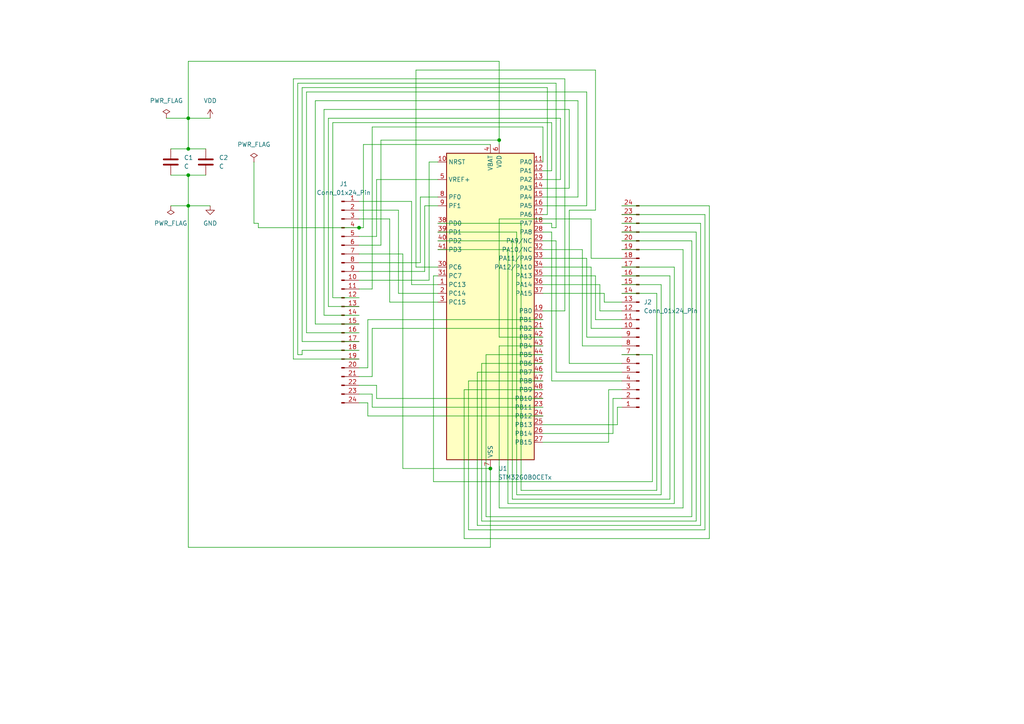
<source format=kicad_sch>
(kicad_sch (version 20230121) (generator eeschema)
  (paper "A4")
  (title_block (title "QFP48") (date "2023-12-30") (rev "0"))
  (lib_symbols
    (symbol "Connector:Conn_01x24_Pin" (pin_names (offset 1.016) hide)
      (property "Reference" "J" (at 0 30.48 0))
      (property "Value" "Conn_01x24_Pin" (at 0 -33.02 0))
      (symbol "Conn_01x24_Pin_1_1"
        (polyline (pts (xy 1.27 -30.48) (xy 0.8636 -30.48)) (stroke (width 0.1524)))
        (polyline (pts (xy 1.27 -27.94) (xy 0.8636 -27.94)) (stroke (width 0.1524)))
        (polyline (pts (xy 1.27 -25.4) (xy 0.8636 -25.4)) (stroke (width 0.1524)))
        (polyline (pts (xy 1.27 -22.86) (xy 0.8636 -22.86)) (stroke (width 0.1524)))
        (polyline (pts (xy 1.27 -20.32) (xy 0.8636 -20.32)) (stroke (width 0.1524)))
        (polyline (pts (xy 1.27 -17.78) (xy 0.8636 -17.78)) (stroke (width 0.1524)))
        (polyline (pts (xy 1.27 -15.24) (xy 0.8636 -15.24)) (stroke (width 0.1524)))
        (polyline (pts (xy 1.27 -12.7) (xy 0.8636 -12.7)) (stroke (width 0.1524)))
        (polyline (pts (xy 1.27 -10.16) (xy 0.8636 -10.16)) (stroke (width 0.1524)))
        (polyline (pts (xy 1.27 -7.62) (xy 0.8636 -7.62)) (stroke (width 0.1524)))
        (polyline (pts (xy 1.27 -5.08) (xy 0.8636 -5.08)) (stroke (width 0.1524)))
        (polyline (pts (xy 1.27 -2.54) (xy 0.8636 -2.54)) (stroke (width 0.1524)))
        (polyline (pts (xy 1.27 0) (xy 0.8636 0)) (stroke (width 0.1524)))
        (polyline (pts (xy 1.27 2.54) (xy 0.8636 2.54)) (stroke (width 0.1524)))
        (polyline (pts (xy 1.27 5.08) (xy 0.8636 5.08)) (stroke (width 0.1524)))
        (polyline (pts (xy 1.27 7.62) (xy 0.8636 7.62)) (stroke (width 0.1524)))
        (polyline (pts (xy 1.27 10.16) (xy 0.8636 10.16)) (stroke (width 0.1524)))
        (polyline (pts (xy 1.27 12.7) (xy 0.8636 12.7)) (stroke (width 0.1524)))
        (polyline (pts (xy 1.27 15.24) (xy 0.8636 15.24)) (stroke (width 0.1524)))
        (polyline (pts (xy 1.27 17.78) (xy 0.8636 17.78)) (stroke (width 0.1524)))
        (polyline (pts (xy 1.27 20.32) (xy 0.8636 20.32)) (stroke (width 0.1524)))
        (polyline (pts (xy 1.27 22.86) (xy 0.8636 22.86)) (stroke (width 0.1524)))
        (polyline (pts (xy 1.27 25.4) (xy 0.8636 25.4)) (stroke (width 0.1524)))
        (polyline (pts (xy 1.27 27.94) (xy 0.8636 27.94)) (stroke (width 0.1524)))
        (rectangle (start 0.8636 -30.353) (end 0 -30.607) (stroke (width 0.1524)) (fill (type outline)))
        (rectangle (start 0.8636 -27.813) (end 0 -28.067) (stroke (width 0.1524)) (fill (type outline)))
        (rectangle (start 0.8636 -25.273) (end 0 -25.527) (stroke (width 0.1524)) (fill (type outline)))
        (rectangle (start 0.8636 -22.733) (end 0 -22.987) (stroke (width 0.1524)) (fill (type outline)))
        (rectangle (start 0.8636 -20.193) (end 0 -20.447) (stroke (width 0.1524)) (fill (type outline)))
        (rectangle (start 0.8636 -17.653) (end 0 -17.907) (stroke (width 0.1524)) (fill (type outline)))
        (rectangle (start 0.8636 -15.113) (end 0 -15.367) (stroke (width 0.1524)) (fill (type outline)))
        (rectangle (start 0.8636 -12.573) (end 0 -12.827) (stroke (width 0.1524)) (fill (type outline)))
        (rectangle (start 0.8636 -10.033) (end 0 -10.287) (stroke (width 0.1524)) (fill (type outline)))
        (rectangle (start 0.8636 -7.493) (end 0 -7.747) (stroke (width 0.1524)) (fill (type outline)))
        (rectangle (start 0.8636 -4.953) (end 0 -5.207) (stroke (width 0.1524)) (fill (type outline)))
        (rectangle (start 0.8636 -2.413) (end 0 -2.667) (stroke (width 0.1524)) (fill (type outline)))
        (rectangle (start 0.8636 0.127) (end 0 -0.127) (stroke (width 0.1524)) (fill (type outline)))
        (rectangle (start 0.8636 2.667) (end 0 2.413) (stroke (width 0.1524)) (fill (type outline)))
        (rectangle (start 0.8636 5.207) (end 0 4.953) (stroke (width 0.1524)) (fill (type outline)))
        (rectangle (start 0.8636 7.747) (end 0 7.493) (stroke (width 0.1524)) (fill (type outline)))
        (rectangle (start 0.8636 10.287) (end 0 10.033) (stroke (width 0.1524)) (fill (type outline)))
        (rectangle (start 0.8636 12.827) (end 0 12.573) (stroke (width 0.1524)) (fill (type outline)))
        (rectangle (start 0.8636 15.367) (end 0 15.113) (stroke (width 0.1524)) (fill (type outline)))
        (rectangle (start 0.8636 17.907) (end 0 17.653) (stroke (width 0.1524)) (fill (type outline)))
        (rectangle (start 0.8636 20.447) (end 0 20.193) (stroke (width 0.1524)) (fill (type outline)))
        (rectangle (start 0.8636 22.987) (end 0 22.733) (stroke (width 0.1524)) (fill (type outline)))
        (rectangle (start 0.8636 25.527) (end 0 25.273) (stroke (width 0.1524)) (fill (type outline)))
        (rectangle (start 0.8636 28.067) (end 0 27.813) (stroke (width 0.1524)) (fill (type outline)))
        (pin passive line (at 5.08 27.94 180) (length 3.81) (name "Pin_1") (number "1"))
        (pin passive line (at 5.08 5.08 180) (length 3.81) (name "Pin_10") (number "10"))
        (pin passive line (at 5.08 2.54 180) (length 3.81) (name "Pin_11") (number "11"))
        (pin passive line (at 5.08 0 180) (length 3.81) (name "Pin_12") (number "12"))
        (pin passive line (at 5.08 -2.54 180) (length 3.81) (name "Pin_13") (number "13"))
        (pin passive line (at 5.08 -5.08 180) (length 3.81) (name "Pin_14") (number "14"))
        (pin passive line (at 5.08 -7.62 180) (length 3.81) (name "Pin_15") (number "15"))
        (pin passive line (at 5.08 -10.16 180) (length 3.81) (name "Pin_16") (number "16"))
        (pin passive line (at 5.08 -12.7 180) (length 3.81) (name "Pin_17") (number "17"))
        (pin passive line (at 5.08 -15.24 180) (length 3.81) (name "Pin_18") (number "18"))
        (pin passive line (at 5.08 -17.78 180) (length 3.81) (name "Pin_19") (number "19"))
        (pin passive line (at 5.08 25.4 180) (length 3.81) (name "Pin_2") (number "2"))
        (pin passive line (at 5.08 -20.32 180) (length 3.81) (name "Pin_20") (number "20"))
        (pin passive line (at 5.08 -22.86 180) (length 3.81) (name "Pin_21") (number "21"))
        (pin passive line (at 5.08 -25.4 180) (length 3.81) (name "Pin_22") (number "22"))
        (pin passive line (at 5.08 -27.94 180) (length 3.81) (name "Pin_23") (number "23"))
        (pin passive line (at 5.08 -30.48 180) (length 3.81) (name "Pin_24") (number "24"))
        (pin passive line (at 5.08 22.86 180) (length 3.81) (name "Pin_3") (number "3"))
        (pin passive line (at 5.08 20.32 180) (length 3.81) (name "Pin_4") (number "4"))
        (pin passive line (at 5.08 17.78 180) (length 3.81) (name "Pin_5") (number "5"))
        (pin passive line (at 5.08 15.24 180) (length 3.81) (name "Pin_6") (number "6"))
        (pin passive line (at 5.08 12.7 180) (length 3.81) (name "Pin_7") (number "7"))
        (pin passive line (at 5.08 10.16 180) (length 3.81) (name "Pin_8") (number "8"))
        (pin passive line (at 5.08 7.62 180) (length 3.81) (name "Pin_9") (number "9"))
      )
    )
    (symbol "Device:C" (pin_numbers hide) (pin_names (offset 0.254))
      (property "Reference" "C" (at 0.635 2.54 0))
      (property "Value" "C" (at 0.635 -2.54 0))
      (symbol "C_0_1"
        (polyline (pts (xy -2.032 -0.762) (xy 2.032 -0.762)) (stroke (width 0.508)))
        (polyline (pts (xy -2.032 0.762) (xy 2.032 0.762)) (stroke (width 0.508)))
      )
      (symbol "C_1_1"
        (pin passive line (at 0 3.81 270) (length 2.794) (name "~") (number "1"))
        (pin passive line (at 0 -3.81 90) (length 2.794) (name "~") (number "2"))
      )
    )
    (symbol "MCU_ST_STM32G0:STM32G0B0CETx"
      (property "Reference" "U" (at -12.7 46.99 0))
      (property "Value" "STM32G0B0CETx" (at 5.08 46.99 0))
      (symbol "STM32G0B0CETx_0_1"
        (rectangle (start -12.7 -43.18) (end 12.7 45.72) (stroke (width 0.254)) (fill (type background)))
      )
      (symbol "STM32G0B0CETx_1_1"
        (pin bidirectional line (at -15.24 7.62 0) (length 2.54) (name "PC13") (number "1"))
        (pin input line (at -15.24 43.18 0) (length 2.54) (name "NRST") (number "10"))
        (pin bidirectional line (at 15.24 43.18 180) (length 2.54) (name "PA0") (number "11"))
        (pin bidirectional line (at 15.24 40.64 180) (length 2.54) (name "PA1") (number "12"))
        (pin bidirectional line (at 15.24 38.1 180) (length 2.54) (name "PA2") (number "13"))
        (pin bidirectional line (at 15.24 35.56 180) (length 2.54) (name "PA3") (number "14"))
        (pin bidirectional line (at 15.24 33.02 180) (length 2.54) (name "PA4") (number "15"))
        (pin bidirectional line (at 15.24 30.48 180) (length 2.54) (name "PA5") (number "16"))
        (pin bidirectional line (at 15.24 27.94 180) (length 2.54) (name "PA6") (number "17"))
        (pin bidirectional line (at 15.24 25.4 180) (length 2.54) (name "PA7") (number "18"))
        (pin bidirectional line (at 15.24 0 180) (length 2.54) (name "PB0") (number "19"))
        (pin bidirectional line (at -15.24 5.08 0) (length 2.54) (name "PC14") (number "2"))
        (pin bidirectional line (at 15.24 -2.54 180) (length 2.54) (name "PB1") (number "20"))
        (pin bidirectional line (at 15.24 -5.08 180) (length 2.54) (name "PB2") (number "21"))
        (pin bidirectional line (at 15.24 -25.4 180) (length 2.54) (name "PB10") (number "22"))
        (pin bidirectional line (at 15.24 -27.94 180) (length 2.54) (name "PB11") (number "23"))
        (pin bidirectional line (at 15.24 -30.48 180) (length 2.54) (name "PB12") (number "24"))
        (pin bidirectional line (at 15.24 -33.02 180) (length 2.54) (name "PB13") (number "25"))
        (pin bidirectional line (at 15.24 -35.56 180) (length 2.54) (name "PB14") (number "26"))
        (pin bidirectional line (at 15.24 -38.1 180) (length 2.54) (name "PB15") (number "27"))
        (pin bidirectional line (at 15.24 22.86 180) (length 2.54) (name "PA8") (number "28"))
        (pin bidirectional line (at 15.24 20.32 180) (length 2.54) (name "PA9/NC") (number "29"))
        (pin bidirectional line (at -15.24 2.54 0) (length 2.54) (name "PC15") (number "3"))
        (pin bidirectional line (at -15.24 12.7 0) (length 2.54) (name "PC6") (number "30"))
        (pin bidirectional line (at -15.24 10.16 0) (length 2.54) (name "PC7") (number "31"))
        (pin bidirectional line (at 15.24 17.78 180) (length 2.54) (name "PA10/NC") (number "32"))
        (pin bidirectional line (at 15.24 15.24 180) (length 2.54) (name "PA11/PA9") (number "33"))
        (pin bidirectional line (at 15.24 12.7 180) (length 2.54) (name "PA12/PA10") (number "34"))
        (pin bidirectional line (at 15.24 10.16 180) (length 2.54) (name "PA13") (number "35"))
        (pin bidirectional line (at 15.24 7.62 180) (length 2.54) (name "PA14") (number "36"))
        (pin bidirectional line (at 15.24 5.08 180) (length 2.54) (name "PA15") (number "37"))
        (pin bidirectional line (at -15.24 25.4 0) (length 2.54) (name "PD0") (number "38"))
        (pin bidirectional line (at -15.24 22.86 0) (length 2.54) (name "PD1") (number "39"))
        (pin power_in line (at 0 48.26 270) (length 2.54) (name "VBAT") (number "4"))
        (pin bidirectional line (at -15.24 20.32 0) (length 2.54) (name "PD2") (number "40"))
        (pin bidirectional line (at -15.24 17.78 0) (length 2.54) (name "PD3") (number "41"))
        (pin bidirectional line (at 15.24 -7.62 180) (length 2.54) (name "PB3") (number "42"))
        (pin bidirectional line (at 15.24 -10.16 180) (length 2.54) (name "PB4") (number "43"))
        (pin bidirectional line (at 15.24 -12.7 180) (length 2.54) (name "PB5") (number "44"))
        (pin bidirectional line (at 15.24 -15.24 180) (length 2.54) (name "PB6") (number "45"))
        (pin bidirectional line (at 15.24 -17.78 180) (length 2.54) (name "PB7") (number "46"))
        (pin bidirectional line (at 15.24 -20.32 180) (length 2.54) (name "PB8") (number "47"))
        (pin bidirectional line (at 15.24 -22.86 180) (length 2.54) (name "PB9") (number "48"))
        (pin input line (at -15.24 38.1 0) (length 2.54) (name "VREF+") (number "5"))
        (pin power_in line (at 2.54 48.26 270) (length 2.54) (name "VDD") (number "6"))
        (pin power_in line (at 0 -45.72 90) (length 2.54) (name "VSS") (number "7"))
        (pin bidirectional line (at -15.24 33.02 0) (length 2.54) (name "PF0") (number "8"))
        (pin bidirectional line (at -15.24 30.48 0) (length 2.54) (name "PF1") (number "9"))
      )
    )
    (symbol "power:GND" (power) (pin_names (offset 0))
      (property "Value" "GND" (at 0 -3.81 0))
      (symbol "GND_0_1"
        (polyline (pts (xy 0 0) (xy 0 -1.27) (xy 1.27 -1.27) (xy 0 -2.54) (xy -1.27 -1.27) (xy 0 -1.27)))
      )
      (symbol "GND_1_1"
        (pin power_in line (at 0 0 270) (length 0) hide (name "GND") (number "1"))
      )
    )
    (symbol "power:PWR_FLAG" (power) (pin_numbers hide) (pin_names (offset 0) hide)
      (property "Value" "PWR_FLAG" (at 0 3.81 0))
      (symbol "PWR_FLAG_0_0"
        (pin power_out line (at 0 0 90) (length 0) (name "pwr") (number "1"))
      )
      (symbol "PWR_FLAG_0_1"
        (polyline (pts (xy 0 0) (xy 0 1.27) (xy -1.016 1.905) (xy 0 2.54) (xy 1.016 1.905) (xy 0 1.27)))
      )
    )
    (symbol "power:VDD" (power) (pin_names (offset 0))
      (property "Value" "VDD" (at 0 3.81 0))
      (symbol "VDD_0_1"
        (polyline (pts (xy -0.762 1.27) (xy 0 2.54)))
        (polyline (pts (xy 0 0) (xy 0 2.54)))
        (polyline (pts (xy 0 2.54) (xy 0.762 1.27)))
      )
      (symbol "VDD_1_1"
        (pin power_in line (at 0 0 90) (length 0) hide (name "VDD") (number "1"))
      )
    )
  )
  (junction (at 144.78 40.64))
  (junction (at 54.61 34.29))
  (junction (at 142.24 135.89))
  (junction (at 54.61 50.8))
  (junction (at 104.14 66.04))
  (junction (at 54.61 43.18))
  (junction (at 54.61 59.69))
  (wire (pts (xy 54.61 158.75) (xy 54.61 59.69)))
  (wire (pts (xy 191.77 143.51) (xy 191.77 82.55)))
  (wire (pts (xy 167.64 29.21) (xy 91.44 29.21)))
  (wire (pts (xy 148.59 69.85) (xy 148.59 144.78)))
  (wire (pts (xy 138.43 107.95) (xy 138.43 152.4)))
  (wire (pts (xy 85.09 22.86) (xy 163.83 22.86)))
  (wire (pts (xy 142.24 158.75) (xy 54.61 158.75)))
  (wire (pts (xy 165.1 60.96) (xy 165.1 105.41)))
  (wire (pts (xy 109.22 52.07) (xy 109.22 68.58)))
  (wire (pts (xy 142.24 135.89) (xy 142.24 158.75)))
  (wire (pts (xy 116.84 73.66) (xy 104.14 73.66)))
  (wire (pts (xy 172.72 20.32) (xy 172.72 60.96)))
  (wire (pts (xy 115.57 85.09) (xy 115.57 60.96)))
  (wire (pts (xy 195.58 146.05) (xy 195.58 77.47)))
  (wire (pts (xy 204.47 62.23) (xy 180.34 62.23)))
  (wire (pts (xy 157.48 125.73) (xy 177.8 125.73)))
  (wire (pts (xy 165.1 105.41) (xy 180.34 105.41)))
  (wire (pts (xy 190.5 85.09) (xy 180.34 85.09)))
  (wire (pts (xy 87.63 99.06) (xy 104.14 99.06)))
  (wire (pts (xy 139.7 151.13) (xy 201.93 151.13)))
  (wire (pts (xy 49.53 43.18) (xy 54.61 43.18)))
  (wire (pts (xy 127 69.85) (xy 148.59 69.85)))
  (wire (pts (xy 105.41 41.91) (xy 105.41 66.04)))
  (wire (pts (xy 157.48 118.11) (xy 107.95 118.11)))
  (wire (pts (xy 87.63 101.6) (xy 104.14 101.6)))
  (wire (pts (xy 91.44 93.98) (xy 104.14 93.98)))
  (wire (pts (xy 109.22 115.57) (xy 109.22 111.76)))
  (wire (pts (xy 125.73 80.01) (xy 125.73 139.7)))
  (wire (pts (xy 121.92 76.2) (xy 104.14 76.2)))
  (wire (pts (xy 95.25 88.9) (xy 104.14 88.9)))
  (wire (pts (xy 157.48 128.27) (xy 176.53 128.27)))
  (wire (pts (xy 204.47 153.67) (xy 204.47 62.23)))
  (wire (pts (xy 85.09 22.86) (xy 85.09 104.14)))
  (wire (pts (xy 157.48 115.57) (xy 109.22 115.57)))
  (wire (pts (xy 158.75 62.23) (xy 158.75 25.4)))
  (wire (pts (xy 157.48 46.99) (xy 157.48 36.83)))
  (wire (pts (xy 172.72 60.96) (xy 165.1 60.96)))
  (wire (pts (xy 173.99 82.55) (xy 173.99 90.17)))
  (wire (pts (xy 96.52 35.56) (xy 96.52 86.36)))
  (wire (pts (xy 135.89 110.49) (xy 135.89 153.67)))
  (wire (pts (xy 205.74 59.69) (xy 180.34 59.69)))
  (wire (pts (xy 176.53 128.27) (xy 176.53 113.03)))
  (wire (pts (xy 173.99 90.17) (xy 180.34 90.17)))
  (wire (pts (xy 107.95 109.22) (xy 104.14 109.22)))
  (wire (pts (xy 106.68 92.71) (xy 106.68 106.68)))
  (wire (pts (xy 157.48 120.65) (xy 106.68 120.65)))
  (wire (pts (xy 190.5 142.24) (xy 190.5 85.09)))
  (wire (pts (xy 86.36 24.13) (xy 161.29 24.13)))
  (wire (pts (xy 157.48 107.95) (xy 138.43 107.95)))
  (wire (pts (xy 157.48 97.79) (xy 144.78 97.79)))
  (wire (pts (xy 127 57.15) (xy 121.92 57.15)))
  (wire (pts (xy 157.48 100.33) (xy 144.78 100.33)))
  (wire (pts (xy 157.48 69.85) (xy 161.29 69.85)))
  (wire (pts (xy 165.1 31.75) (xy 93.98 31.75)))
  (wire (pts (xy 157.48 54.61) (xy 165.1 54.61)))
  (wire (pts (xy 175.26 87.63) (xy 180.34 87.63)))
  (wire (pts (xy 157.48 110.49) (xy 135.89 110.49)))
  (wire (pts (xy 172.72 80.01) (xy 172.72 92.71)))
  (wire (pts (xy 194.31 144.78) (xy 194.31 80.01)))
  (wire (pts (xy 157.48 67.31) (xy 160.02 67.31)))
  (wire (pts (xy 149.86 67.31) (xy 149.86 143.51)))
  (wire (pts (xy 189.23 139.7) (xy 189.23 102.87)))
  (wire (pts (xy 205.74 156.21) (xy 205.74 59.69)))
  (wire (pts (xy 113.03 87.63) (xy 113.03 63.5)))
  (wire (pts (xy 161.29 66.04) (xy 160.02 66.04)))
  (wire (pts (xy 87.63 102.87) (xy 87.63 101.6)))
  (wire (pts (xy 109.22 68.58) (xy 104.14 68.58)))
  (wire (pts (xy 171.45 77.47) (xy 171.45 95.25)))
  (wire (pts (xy 54.61 34.29) (xy 54.61 43.18)))
  (wire (pts (xy 54.61 59.69) (xy 60.96 59.69)))
  (wire (pts (xy 115.57 60.96) (xy 104.14 60.96)))
  (wire (pts (xy 125.73 139.7) (xy 189.23 139.7)))
  (wire (pts (xy 203.2 152.4) (xy 203.2 64.77)))
  (wire (pts (xy 110.49 40.64) (xy 110.49 71.12)))
  (wire (pts (xy 120.65 20.32) (xy 172.72 20.32)))
  (wire (pts (xy 157.48 90.17) (xy 163.83 90.17)))
  (wire (pts (xy 106.68 120.65) (xy 106.68 116.84)))
  (wire (pts (xy 157.48 105.41) (xy 139.7 105.41)))
  (wire (pts (xy 157.48 77.47) (xy 171.45 77.47)))
  (wire (pts (xy 93.98 91.44) (xy 104.14 91.44)))
  (wire (pts (xy 200.66 69.85) (xy 180.34 69.85)))
  (wire (pts (xy 119.38 58.42) (xy 104.14 58.42)))
  (wire (pts (xy 124.46 81.28) (xy 104.14 81.28)))
  (wire (pts (xy 170.18 74.93) (xy 170.18 97.79)))
  (wire (pts (xy 54.61 17.78) (xy 54.61 34.29)))
  (wire (pts (xy 144.78 17.78) (xy 54.61 17.78)))
  (wire (pts (xy 134.62 156.21) (xy 205.74 156.21)))
  (wire (pts (xy 157.48 102.87) (xy 140.97 102.87)))
  (wire (pts (xy 157.48 72.39) (xy 168.91 72.39)))
  (wire (pts (xy 144.78 97.79) (xy 144.78 63.5)))
  (wire (pts (xy 191.77 82.55) (xy 180.34 82.55)))
  (wire (pts (xy 151.13 142.24) (xy 190.5 142.24)))
  (wire (pts (xy 160.02 110.49) (xy 180.34 110.49)))
  (wire (pts (xy 127 87.63) (xy 113.03 87.63)))
  (wire (pts (xy 160.02 67.31) (xy 160.02 110.49)))
  (wire (pts (xy 157.48 123.19) (xy 179.07 123.19)))
  (wire (pts (xy 172.72 92.71) (xy 180.34 92.71)))
  (wire (pts (xy 120.65 77.47) (xy 120.65 20.32)))
  (wire (pts (xy 147.32 146.05) (xy 195.58 146.05)))
  (wire (pts (xy 127 72.39) (xy 147.32 72.39)))
  (wire (pts (xy 124.46 46.99) (xy 124.46 81.28)))
  (wire (pts (xy 49.53 50.8) (xy 54.61 50.8)))
  (wire (pts (xy 157.48 49.53) (xy 160.02 49.53)))
  (wire (pts (xy 107.95 118.11) (xy 107.95 114.3)))
  (wire (pts (xy 140.97 102.87) (xy 140.97 149.86)))
  (wire (pts (xy 148.59 144.78) (xy 194.31 144.78)))
  (wire (pts (xy 73.66 64.77) (xy 73.66 46.99)))
  (wire (pts (xy 74.93 66.04) (xy 74.93 64.77)))
  (wire (pts (xy 168.91 72.39) (xy 168.91 100.33)))
  (wire (pts (xy 157.48 74.93) (xy 170.18 74.93)))
  (wire (pts (xy 170.18 59.69) (xy 170.18 26.67)))
  (wire (pts (xy 127 67.31) (xy 149.86 67.31)))
  (wire (pts (xy 144.78 40.64) (xy 110.49 40.64)))
  (wire (pts (xy 127 82.55) (xy 119.38 82.55)))
  (wire (pts (xy 140.97 149.86) (xy 200.66 149.86)))
  (wire (pts (xy 171.45 63.5) (xy 171.45 74.93)))
  (wire (pts (xy 109.22 111.76) (xy 104.14 111.76)))
  (wire (pts (xy 157.48 57.15) (xy 167.64 57.15)))
  (wire (pts (xy 179.07 118.11) (xy 180.34 118.11)))
  (wire (pts (xy 88.9 26.67) (xy 88.9 96.52)))
  (wire (pts (xy 86.36 24.13) (xy 86.36 102.87)))
  (wire (pts (xy 113.03 63.5) (xy 104.14 63.5)))
  (wire (pts (xy 138.43 152.4) (xy 203.2 152.4)))
  (wire (pts (xy 171.45 95.25) (xy 180.34 95.25)))
  (wire (pts (xy 54.61 50.8) (xy 59.69 50.8)))
  (wire (pts (xy 142.24 41.91) (xy 105.41 41.91)))
  (wire (pts (xy 119.38 82.55) (xy 119.38 58.42)))
  (wire (pts (xy 157.48 62.23) (xy 158.75 62.23)))
  (wire (pts (xy 144.78 147.32) (xy 198.12 147.32)))
  (wire (pts (xy 54.61 34.29) (xy 60.96 34.29)))
  (wire (pts (xy 175.26 85.09) (xy 175.26 87.63)))
  (wire (pts (xy 157.48 59.69) (xy 170.18 59.69)))
  (wire (pts (xy 144.78 41.91) (xy 144.78 40.64)))
  (wire (pts (xy 93.98 31.75) (xy 93.98 91.44)))
  (wire (pts (xy 157.48 80.01) (xy 172.72 80.01)))
  (wire (pts (xy 121.92 57.15) (xy 121.92 76.2)))
  (wire (pts (xy 194.31 80.01) (xy 180.34 80.01)))
  (wire (pts (xy 176.53 113.03) (xy 180.34 113.03)))
  (wire (pts (xy 198.12 72.39) (xy 180.34 72.39)))
  (wire (pts (xy 203.2 64.77) (xy 180.34 64.77)))
  (wire (pts (xy 165.1 54.61) (xy 165.1 31.75)))
  (wire (pts (xy 157.48 95.25) (xy 107.95 95.25)))
  (wire (pts (xy 86.36 102.87) (xy 87.63 102.87)))
  (wire (pts (xy 74.93 64.77) (xy 73.66 64.77)))
  (wire (pts (xy 157.48 85.09) (xy 175.26 85.09)))
  (wire (pts (xy 106.68 116.84) (xy 104.14 116.84)))
  (wire (pts (xy 170.18 26.67) (xy 88.9 26.67)))
  (wire (pts (xy 104.14 66.04) (xy 74.93 66.04)))
  (wire (pts (xy 95.25 34.29) (xy 95.25 88.9)))
  (wire (pts (xy 160.02 66.04) (xy 160.02 64.77)))
  (wire (pts (xy 127 64.77) (xy 151.13 64.77)))
  (wire (pts (xy 54.61 43.18) (xy 59.69 43.18)))
  (wire (pts (xy 160.02 35.56) (xy 96.52 35.56)))
  (wire (pts (xy 87.63 25.4) (xy 87.63 99.06)))
  (wire (pts (xy 144.78 40.64) (xy 144.78 17.78)))
  (wire (pts (xy 49.53 59.69) (xy 54.61 59.69)))
  (wire (pts (xy 127 59.69) (xy 123.19 59.69)))
  (wire (pts (xy 147.32 72.39) (xy 147.32 146.05)))
  (wire (pts (xy 88.9 96.52) (xy 104.14 96.52)))
  (wire (pts (xy 161.29 69.85) (xy 161.29 107.95)))
  (wire (pts (xy 171.45 74.93) (xy 180.34 74.93)))
  (wire (pts (xy 85.09 104.14) (xy 104.14 104.14)))
  (wire (pts (xy 189.23 102.87) (xy 180.34 102.87)))
  (wire (pts (xy 142.24 135.89) (xy 116.84 135.89)))
  (wire (pts (xy 157.48 82.55) (xy 173.99 82.55)))
  (wire (pts (xy 201.93 151.13) (xy 201.93 67.31)))
  (wire (pts (xy 151.13 64.77) (xy 151.13 142.24)))
  (wire (pts (xy 107.95 95.25) (xy 107.95 109.22)))
  (wire (pts (xy 161.29 107.95) (xy 180.34 107.95)))
  (wire (pts (xy 139.7 105.41) (xy 139.7 151.13)))
  (wire (pts (xy 161.29 24.13) (xy 161.29 66.04)))
  (wire (pts (xy 168.91 100.33) (xy 180.34 100.33)))
  (wire (pts (xy 96.52 86.36) (xy 104.14 86.36)))
  (wire (pts (xy 127 85.09) (xy 115.57 85.09)))
  (wire (pts (xy 123.19 78.74) (xy 104.14 78.74)))
  (wire (pts (xy 127 46.99) (xy 124.46 46.99)))
  (wire (pts (xy 157.48 36.83) (xy 107.95 36.83)))
  (wire (pts (xy 91.44 29.21) (xy 91.44 93.98)))
  (wire (pts (xy 134.62 113.03) (xy 134.62 156.21)))
  (wire (pts (xy 170.18 97.79) (xy 180.34 97.79)))
  (wire (pts (xy 127 80.01) (xy 125.73 80.01)))
  (wire (pts (xy 144.78 63.5) (xy 171.45 63.5)))
  (wire (pts (xy 160.02 49.53) (xy 160.02 35.56)))
  (wire (pts (xy 127 52.07) (xy 109.22 52.07)))
  (wire (pts (xy 107.95 36.83) (xy 107.95 83.82)))
  (wire (pts (xy 106.68 106.68) (xy 104.14 106.68)))
  (wire (pts (xy 144.78 100.33) (xy 144.78 147.32)))
  (wire (pts (xy 177.8 125.73) (xy 177.8 115.57)))
  (wire (pts (xy 162.56 52.07) (xy 162.56 34.29)))
  (wire (pts (xy 157.48 113.03) (xy 134.62 113.03)))
  (wire (pts (xy 162.56 34.29) (xy 95.25 34.29)))
  (wire (pts (xy 177.8 115.57) (xy 180.34 115.57)))
  (wire (pts (xy 149.86 143.51) (xy 191.77 143.51)))
  (wire (pts (xy 195.58 77.47) (xy 180.34 77.47)))
  (wire (pts (xy 135.89 153.67) (xy 204.47 153.67)))
  (wire (pts (xy 157.48 52.07) (xy 162.56 52.07)))
  (wire (pts (xy 179.07 123.19) (xy 179.07 118.11)))
  (wire (pts (xy 163.83 90.17) (xy 163.83 22.86)))
  (wire (pts (xy 54.61 50.8) (xy 54.61 59.69)))
  (wire (pts (xy 107.95 83.82) (xy 104.14 83.82)))
  (wire (pts (xy 105.41 66.04) (xy 104.14 66.04)))
  (wire (pts (xy 200.66 149.86) (xy 200.66 69.85)))
  (wire (pts (xy 127 77.47) (xy 120.65 77.47)))
  (wire (pts (xy 123.19 59.69) (xy 123.19 78.74)))
  (wire (pts (xy 157.48 92.71) (xy 106.68 92.71)))
  (wire (pts (xy 201.93 67.31) (xy 180.34 67.31)))
  (wire (pts (xy 198.12 147.32) (xy 198.12 72.39)))
  (wire (pts (xy 160.02 64.77) (xy 157.48 64.77)))
  (wire (pts (xy 107.95 114.3) (xy 104.14 114.3)))
  (wire (pts (xy 116.84 135.89) (xy 116.84 73.66)))
  (wire (pts (xy 158.75 25.4) (xy 87.63 25.4)))
  (wire (pts (xy 167.64 57.15) (xy 167.64 29.21)))
  (wire (pts (xy 48.26 34.29) (xy 54.61 34.29)))
  (wire (pts (xy 110.49 71.12) (xy 104.14 71.12)))
  (symbol (lib_id "Connector:Conn_01x24_Pin") (at 99.06 86.36 0) (unit 1)
    (property "Reference" "J1" (at 99.695 53.34 0))
    (property "Value" "Conn_01x24_Pin" (at 99.695 55.88 0))
    (property "Footprint" "Connector_PinHeader_2.54mm:PinHeader_1x24_P2.54mm_Vertical" (effects hide))
  )
  (symbol (lib_id "Connector:Conn_01x24_Pin") (at 185.42 90.17 180) (unit 1)
    (property "Reference" "J2" (at 186.69 87.63 0) (effects (justify right)))
    (property "Value" "Conn_01x24_Pin" (at 186.69 90.17 0) (effects (justify right)))
    (property "Footprint" "Connector_PinHeader_2.54mm:PinHeader_1x24_P2.54mm_Vertical" (effects hide))
  )
  (symbol (lib_id "MCU_ST_STM32G0:STM32G0B0CETx") (at 142.24 90.17 0) (unit 1)
    (property "Reference" "U1" (at 144.4341 135.89 0) (effects (justify left)))
    (property "Value" "STM32G0B0CETx" (at 144.4341 138.43 0) (effects (justify left)))
    (property "Footprint" "Package_QFP:LQFP-48_7x7mm_P0.5mm" (effects hide))
    (property "Datasheet" "https://www.st.com/resource/en/datasheet/stm32g0b0ce.pdf" (effects hide))
  )
  (symbol (lib_id "power:VDD") (at 60.96 34.29 0) (unit 1)
    (property "Reference" "#PWR01" (effects hide))
    (property "Value" "VDD" (at 60.96 29.21 0))
  )
  (symbol (lib_id "Device:C") (at 49.53 46.99 0) (unit 1)
    (property "Reference" "C1" (at 53.34 45.72 0) (effects (justify left)))
    (property "Value" "C" (at 53.34 48.26 0) (effects (justify left)))
    (property "Footprint" "Capacitor_SMD:C_1206_3216Metric" (effects hide))
  )
  (symbol (lib_id "power:PWR_FLAG") (at 49.53 59.69 180) (unit 1)
    (property "Reference" "#FLG02" (effects hide))
    (property "Value" "PWR_FLAG" (at 49.53 64.77 0))
  )
  (symbol (lib_id "power:GND") (at 60.96 59.69 0) (unit 1)
    (property "Reference" "#PWR02" (effects hide))
    (property "Value" "GND" (at 60.96 64.77 0))
  )
  (symbol (lib_id "Device:C") (at 59.69 46.99 0) (unit 1)
    (property "Reference" "C2" (at 63.5 45.72 0) (effects (justify left)))
    (property "Value" "C" (at 63.5 48.26 0) (effects (justify left)))
    (property "Footprint" "Capacitor_SMD:C_1206_3216Metric" (effects hide))
  )
  (symbol (lib_id "power:PWR_FLAG") (at 48.26 34.29 0) (unit 1)
    (property "Reference" "#FLG01" (effects hide))
    (property "Value" "PWR_FLAG" (at 48.26 29.21 0))
  )
  (symbol (lib_id "power:PWR_FLAG") (at 73.66 46.99 0) (unit 1)
    (property "Reference" "#FLG03" (effects hide))
    (property "Value" "PWR_FLAG" (at 73.66 41.91 0))
  )
)
</source>
